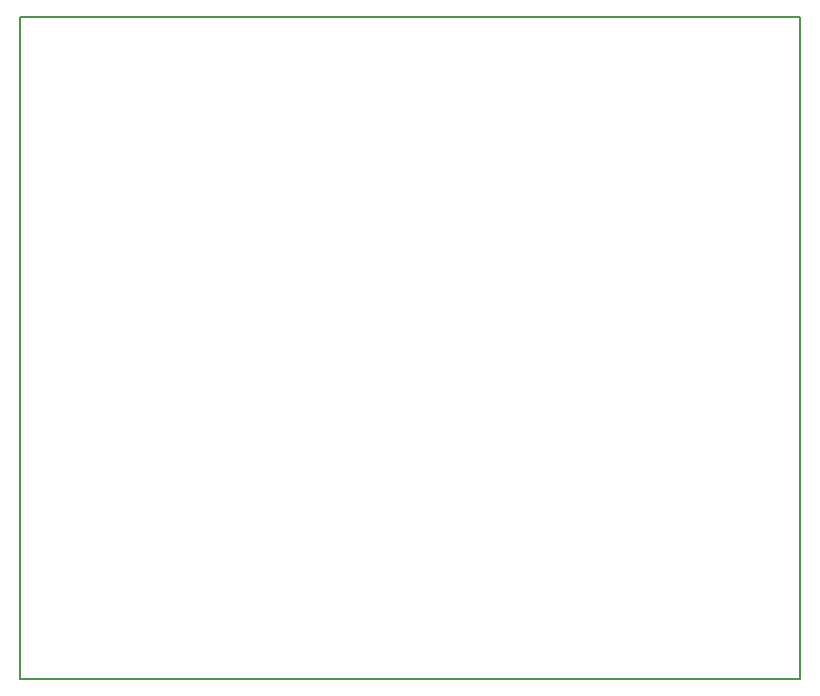
<source format=gbr>
G04 #@! TF.GenerationSoftware,KiCad,Pcbnew,6.0.0-rc1-unknown-7dfc4e3~65~ubuntu18.04.1*
G04 #@! TF.CreationDate,2018-08-02T11:28:11-05:00*
G04 #@! TF.ProjectId,smart-regulator,736D6172742D726567756C61746F722E,rev?*
G04 #@! TF.SameCoordinates,Original*
G04 #@! TF.FileFunction,Profile,NP*
%FSLAX46Y46*%
G04 Gerber Fmt 4.6, Leading zero omitted, Abs format (unit mm)*
G04 Created by KiCad (PCBNEW 6.0.0-rc1-unknown-7dfc4e3~65~ubuntu18.04.1) date Thu Aug  2 11:28:11 2018*
%MOMM*%
%LPD*%
G01*
G04 APERTURE LIST*
%ADD10C,0.150000*%
G04 APERTURE END LIST*
D10*
X178840000Y-80360000D02*
X112840000Y-80360000D01*
X178840000Y-136360000D02*
X178840000Y-80360000D01*
X112840000Y-136360000D02*
X178840000Y-136360000D01*
X112840000Y-136360000D02*
X112840000Y-80360000D01*
M02*

</source>
